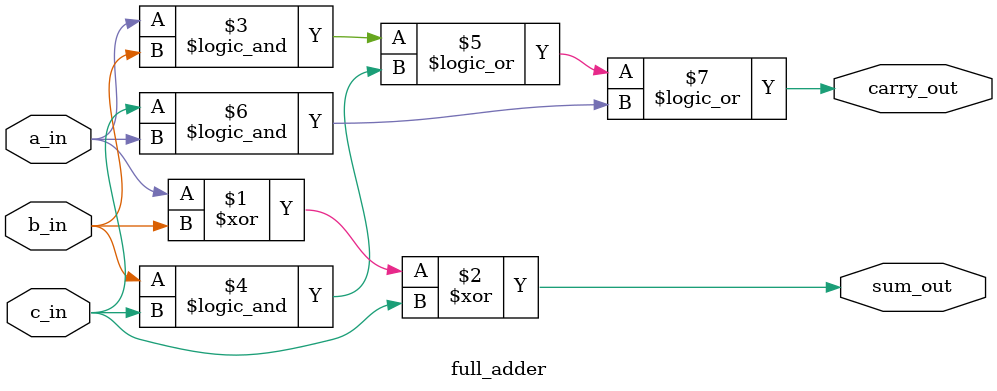
<source format=v>
`timescale 1ns / 1ps


module full_adder(
    input a_in,
    input b_in,
    input c_in,
    output sum_out,
    output carry_out
    );
    
    assign sum_out = (a_in ^ b_in ^ c_in);
    assign carry_out = ((a_in && b_in) || (b_in && c_in) || (c_in && a_in));
    
endmodule

</source>
